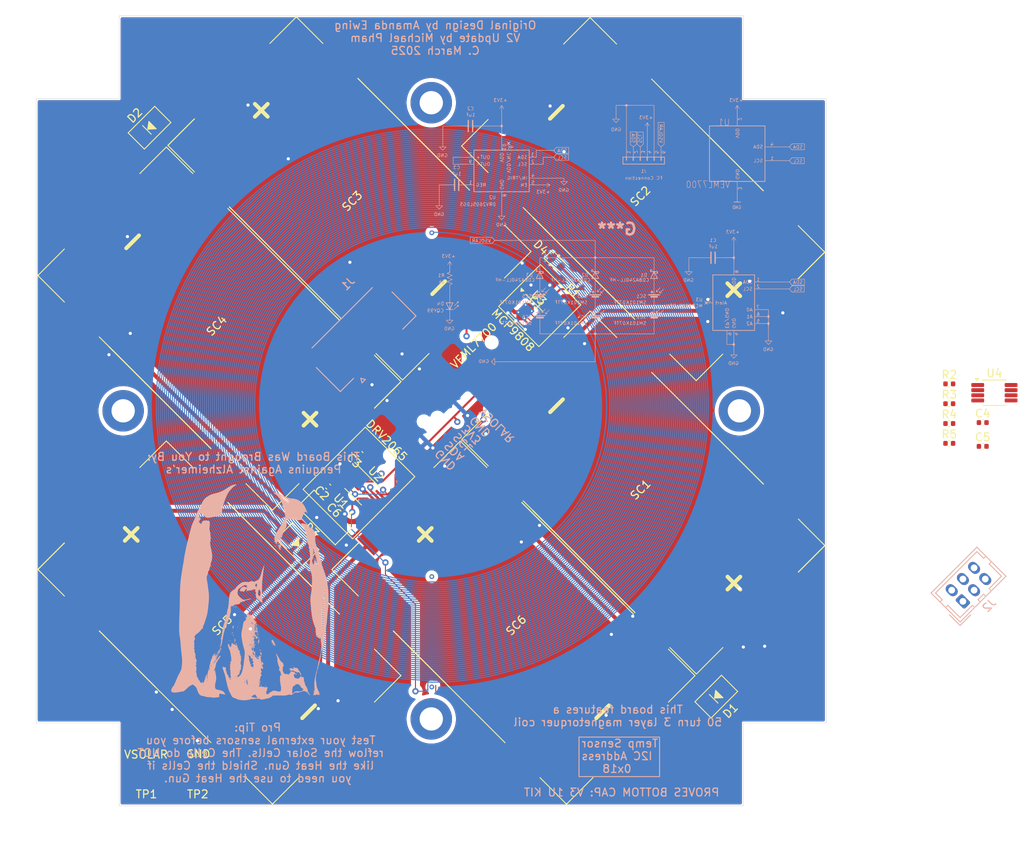
<source format=kicad_pcb>
(kicad_pcb (version 20241229) (generator "pcbnew") (generator_version "9.0")
  (title_block (title "YEARLING KIT -Z") (date "2023-03-27") (rev "3.1"))
  (layers (0 "F.Cu" signal) (4 "In1.Cu" signal) (6 "In2.Cu" signal) (2 "B.Cu" signal) (13 "F.Paste" user) (15 "B.Paste" user) (5 "F.SilkS" user "F.Silkscreen") (7 "B.SilkS" user "B.Silkscreen") (1 "F.Mask" user) (3 "B.Mask" user) (25 "Edge.Cuts" user))
  (net 0 "")
  (net 1 "GND")
  (net 2 "+3V3")
  (net 3 "VSOLAR")
  (net 4 "Net-(U4-EN)")
  (net 5 "Net-(U4-VCC)")
  (net 6 "Net-(U2-REG)")
  (net 7 "Net-(D1-A)")
  (net 8 "Net-(D2-A)")
  (net 9 "Net-(D3-A)")
  (net 10 "Net-(D4-A)")
  (net 15 "Net-(SC1--)")
  (net 16 "Net-(SC3--)")
  (net 17 "Net-(SC5--)")
  (net 19 "Net-(U2-OUT+)")
  (net 20 "/SDAIN")
  (net 21 "/SCLIN")
  (net 22 "/SDA")
  (net 23 "/SCL")
  (net 24 "Net-(U4-READY)")
  (footprint "SolarPanelBoards:MountingHoles" (layer "F.Cu") (at 110.5 85)
    (property "Reference" "J4")
    (property "Value" "Conn_01x01")
  )
  (footprint "SolarPanelBoards:MountingHoles" (layer "F.Cu") (at 141.75 124)
    (property "Reference" "J5")
    (property "Value" "Conn_01x01")
  )
  (footprint "SolarPanelBoards:MountingHoles" (layer "F.Cu") (at 157.25 46)
    (property "Reference" "J6")
    (property "Value" "Conn_01x01")
  )
  (footprint "SolarPanelBoards:MountingHoles" (layer "F.Cu") (at 188.5 85)
    (property "Reference" "J7")
    (property "Value" "Conn_01x01")
  )
  (footprint "SolarPanelBoards:DO-214AC" (layer "F.Cu") (at 113.835786 49.164214 45)
    (property "Reference" "D2")
    (property "Value" "CDBA240LL-HF")
  )
  (footprint "SolarPanelBoards:Test Pad" (layer "F.Cu") (at 113.41 130.95 90)
    (property "Reference" "TP1")
    (property "Value" "TestPoint")
  )
  (footprint "Capacitor_SMD:C_0402_1005Metric" (layer "F.Cu") (at 219.3 89.5)
    (property "Reference" "C5")
    (property "Value" "10nF")
  )
  (footprint "Capacitor_SMD:C_0402_1005Metric" (layer "F.Cu") (at 138 96.75 135)
    (property "Reference" "C6")
    (property "Value" "100nF")
  )
  (footprint "LED_SMD:LED_0603_1608Metric" (layer "F.Cu") (at 165.353081 66.209651 -45)
    (property "Reference" "D4")
    (property "Value" "CQY99")
  )
  (footprint "Capacitor_SMD:C_0402_1005Metric" (layer "F.Cu") (at 140.529949 90.476119 135)
    (property "Reference" "C3")
    (property "Value" "1uF")
  )
  (footprint "Capacitor_SMD:C_0402_1005Metric" (layer "F.Cu") (at 215.07 81.59)
    (property "Reference" "R2")
    (property "Value" "10k")
  )
  (footprint "SolarPanelBoards:KXOB101K08F-TR" (layer "F.Cu") (at 122.68 111.8 45)
    (property "Reference" "SC5")
    (property "Value" "SM101K07TF")
  )
  (footprint "Capacitor_SMD:C_0402_1005Metric" (layer "F.Cu") (at 215.07 86.61)
    (property "Reference" "R4")
    (property "Value" "10k")
  )
  (footprint "SolarPanelBoards:Test Pad" (layer "F.Cu") (at 119.89 130.92 90)
    (property "Reference" "TP2")
    (property "Value" "TestPoint")
  )
  (footprint "SolarPanelBoards:KXOB101K08F-TR" (layer "F.Cu") (at 139.142136 58.122136 45)
    (property "Reference" "SC3")
    (property "Value" "SM101K07TF")
  )
  (footprint "Capacitor_SMD:C_0402_1005Metric" (layer "F.Cu") (at 215.07 84.1)
    (property "Reference" "R3")
    (property "Value" "10k")
  )
  (footprint "Capacitor_SMD:C_0402_1005Metric" (layer "F.Cu") (at 168.216866 69.016866 135)
    (property "Reference" "R1")
    (property "Value" "10k")
  )
  (footprint "dfsdf" (layer "F.Cu") (at 149.564 84.22578 -90)
    (property "Reference" "REF**" (hide yes))
    (property "Value" "3Layer50Turn")
  )
  (footprint "Package_SO:MSOP-8-1EP_3x3mm_P0.65mm_EP1.5x1.8mm_ThermalVias" (layer "F.Cu") (at 161.370711 72.451472 -45)
    (property "Reference" "U3")
    (property "Value" "MCP9808_DFN")
  )
  (footprint "Capacitor_SMD:C_0402_1005Metric" (layer "F.Cu") (at 219.3 86.49)
    (property "Reference" "C4")
    (property "Value" "100nF")
  )
  (footprint "Capacitor_SMD:C_0402_1005Metric" (layer "F.Cu") (at 136.457014 94.591481 135)
    (property "Reference" "C2")
    (property "Value" "1uF")
  )
  (footprint "Package_SO:VSSOP-10_3x3mm_P0.5mm" (layer "F.Cu") (at 140.742082 94.732902 -45)
    (property "Reference" "U2")
    (property "Value" "DRV2605LDGS")
  )
  (footprint "SolarPanelBoards:DO-214AC" (layer "F.Cu") (at 132.564214 101.904214 135)
    (property "Reference" "D3")
    (property "Value" "CDBA240LL-HF")
  )
  (footprint "Capacitor_SMD:C_0402_1005Metric" (layer "F.Cu") (at 163.568249 70.52369 135)
    (property "Reference" "C1")
    (property "Value" "100nF")
  )
  (footprint "Capacitor_SMD:C_0402_1005Metric" (layer "F.Cu") (at 215.07 89.12)
    (property "Reference" "R5")
    (property "Value" "10k")
  )
  (footprint "VEML7700-TT:XDCR_VEML7700-TT" (layer "F.Cu") (at 136 98.5 -135)
    (property "Reference" "U1")
    (property "Value" "VEML7700")
  )
  (footprint "SolarPanelBoards:KXOB101K08F-TR" (layer "F.Cu") (at 122.682136 74.592136 -135)
    (property "Reference" "SC4")
    (property "Value" "SM101K07TF")
  )
  (footprint "SolarPanelBoards:KXOB101K08F-TR" (layer "F.Cu") (at 159.897864 111.807864 45)
    (property "Reference" "SC6")
    (property "Value" "SM101K07TF")
  )
  (footprint "SolarPanelBoards:KXOB101K08F-TR" (layer "F.Cu") (at 176.32 58.2 -135)
    (property "Reference" "SC2")
    (property "Value" "SM101K07TF")
  )
  (footprint "SolarPanelBoards:DO-214AC" (layer "F.Cu") (at 185.575786 121.174214 45)
    (property "Reference" "D1")
    (property "Value" "CDBA240LL-HF")
  )
  (footprint "Package_SO:VSSOP-8_3x3mm_P0.65mm" (layer "F.Cu") (at 220.78 82.71)
    (property "Reference" "U4")
    (property "Value" "TCA4311A")
  )
  (footprint "SolarPanelBoards:KXOB101K08F-TR" (layer "F.Cu") (at 176.337864 95.337864 -135)
    (property "Reference" "SC1")
    (property "Value" "SM101K07TF")
  )
  (footprint "Connector_Hirose:Hirose_DF11-6DP-2DSA_2x03_P2.00mm_Vertical" (layer "B.Cu") (at 216.792893 109.12132 45)
    (property "Reference" "J2")
    (property "Value" "DF11 FC Connection")
  )
  (footprint "LOGO" (layer "B.Cu") (at 126.5174 108 180)
    (property "Reference" "G***" (hide yes))
    (property "Value" "LOGO" (hide yes))
  )
  (footprint "LOGO" (layer "B.Cu") (at 173 62 180)
    (property "Reference" "G***")
    (property "Value" "LOGO" (hide yes))
  )
  (footprint "Molex 6 pos:MOLEX_5040500691" (layer "B.Cu") (at 140.5 75.5 -135)
    (property "Reference" "J1")
    (property "Value" "Molex FC Connection")
  )
  (gr_poly (pts (xy 163.324297 66.482575) (xy 168.422537 71.580815) (xy 163.126307 76.877045) (xy 158.028067 71.778805)) (stroke (width 0.12)) (fill no) (layer "F.SilkS"))
  (gr_poly (pts (xy 141.14865 87.064311) (xy 147.41717 93.33283) (xy 139.54 101.21) (xy 133.271481 94.941481)) (stroke (width 0.12)) (fill no) (layer "F.SilkS"))
  (gr_rect (start 168.2 126.3) (end 178.4 131.3) (stroke (width 0.12)) (fill no) (layer "B.SilkS"))
  (gr_line (start 189 135) (end 110 135) (stroke (width 0.05)) (layer "Edge.Cuts"))
  (gr_line (start 110 124.5) (end 99.5 124.5) (stroke (width 0.05)) (layer "Edge.Cuts"))
  (gr_line (start 110 45.5) (end 110 35) (stroke (width 0.05)) (layer "Edge.Cuts"))
  (gr_line (start 189 45.5) (end 199.5 45.5) (stroke (width 0.05)) (layer "Edge.Cuts"))
  (gr_line (start 99.5 124.5) (end 99.5 45.5) (stroke (width 0.05)) (layer "Edge.Cuts"))
  (gr_line (start 199.5 124.5) (end 189 124.5) (stroke (width 0.05)) (layer "Edge.Cuts"))
  (gr_line (start 110 35) (end 189 35) (stroke (width 0.05)) (layer "Edge.Cuts"))
  (gr_line (start 199.5 45.5) (end 199.5 124.5) (stroke (width 0.05)) (layer "Edge.Cuts"))
  (gr_line (start 189 124.5) (end 189 135) (stroke (width 0.05)) (layer "Edge.Cuts"))
  (gr_line (start 99.5 45.5) (end 110 45.5) (stroke (width 0.05)) (layer "Edge.Cuts"))
  (gr_line (start 189 35) (end 189 45.5) (stroke (width 0.05)) (layer "Edge.Cuts"))
  (gr_line (start 110 135) (end 110 124.5) (stroke (width 0.05)) (layer "Edge.Cuts"))
  (gr_text "GND" (at 120.01 128.45 0) (layer "F.SilkS") (effects (font (size 1 1))))
  (gr_text "VEML7700" (at 154.87 76.76 45) (layer "F.SilkS") (effects (font (size 1 1))))
  (gr_text "MCP9808" (at 159.84 74.8 315) (layer "F.SilkS") (effects (font (size 1 1))))
  (gr_text "DRV2065" (at 143.85 88.73 315) (layer "F.SilkS") (effects (font (size 1 1))))
  (gr_text "VSOLAR" (at 113.39 128.5 0) (layer "F.SilkS") (effects (font (size 1 1))))
  (gr_text "SCL" (at 153.5 89 135) (layer "B.SilkS") (effects (font (size 1 1)) (justify mirror)))
  (gr_text "VSOLAR" (at 157.8 86.8 135) (layer "B.SilkS") (effects (font (size 1 1)) (justify mirror)))
  (gr_text "GND" (at 155.7 87 135) (layer "B.SilkS") (effects (font (size 1 1)) (justify mirror)))
  (gr_text "3V3" (at 154.6 88 135) (layer "B.SilkS") (effects (font (size 1 1)) (justify mirror)))
  (gr_text "PROVES BOTTOM CAP: V3 1U KIT" (at 161.14 133.3 0) (layer "B.SilkS") (effects (font (size 1 1)) (justify right mirror)))
  (gr_text "Original Design by Amanda Ewing\nV2 Update by Michael Pham\nC. March 2025" (at 150 40 0) (layer "B.SilkS") (effects (font (size 1 1)) (justify bottom mirror)))
  (gr_text "This board features a\n50 turn 3 layer magnetorquer coil" (at 173.1 125 0) (layer "B.SilkS") (effects (font (size 1 1)) (justify bottom mirror)))
  (gr_text "This Board Was Brought to You By:\nPenguins Against Alzheimer's" (at 127 93 0) (layer "B.SilkS") (effects (font (size 1 1)) (justify bottom mirror)))
  (gr_text "GND" (at 151.3 91.2 135) (layer "B.SilkS") (effects (font (size 1 1)) (justify mirror)))
  (gr_text "Temp Sensor \nI2C Address\n0x18" (at 173 130.9 0) (layer "B.SilkS") (effects (font (size 1 1)) (justify bottom mirror)))
  (gr_text "Pro Tip:\nTest your external sensors before you \nreflow the Solar Cells. The Cells do NOT \nlike the Heat Gun. Shield the Cells if \nyou need to use the Heat Gun." (at 127.53 128.3 0) (layer "B.SilkS") (effects (font (size 1 1)) (justify mirror)))
  (gr_text "SDA" (at 152.4 90.1 135) (layer "B.SilkS") (effects (font (size 1 1)) (justify mirror)))
  (segment (start 140.944595 94.935415) (end 142.297717 96.288537) (width 0.25) (layer "F.Cu") (net 1))
  (segment (start 162.896498 70.983502) (end 162.42 71.46) (width 0.25) (layer "F.Cu") (net 1))
  (segment (start 162.219239 72.84038) (end 163.094284 73.715425) (width 0.127) (layer "F.Cu") (net 1))
  (segment (start 174.04 125.95) (end 171.63 123.54) (width 0.5) (layer "F.Cu") (net 1))
  (segment (start 160.286952 72.512997) (end 161.347612 72.512997) (width 0.25) (layer "F.Cu") (net 1))
  (segment (start 161.759619 73.3) (end 162.634664 74.175045) (width 0.127) (layer "F.Cu") (net 1))
  (segment (start 162.219239 72.380761) (end 162.219239 72.84038) (width 0.127) (layer "F.Cu") (net 1))
  (segment (start 162.177864 44.057864) (end 164.54 46.42) (width 0.5) (layer "F.Cu") (net 1))
  (segment (start 137.946283 91.716283) (end 137.984365 91.678201) (width 0.25) (layer "F.Cu") (net 1))
  (segment (start 137.984365 91.678201) (end 139.858198 89.804368) (width 0.25) (layer "F.Cu") (net 1))
  (segment (start 138.832894 93.53082) (end 140.242074 94.94) (width 0.25) (layer "F.Cu") (net 1))
  (segment (start 161.28 72.52) (end 160.2 73.6) (width 0.25) (layer "F.Cu") (net 1))
  (segment (start 137.660589 96.410589) (end 137.191385 96.410589) (width 0.254) (layer "F.Cu") (net 1))
  (segment (start 160.062564 72.522183) (end 159.187519 71.647138) (width 0.5) (layer "F.Cu") (net 1))
  (segment (start 140.246659 94.935415) (end 140.944595 94.935415) (width 0.25) (layer "F.Cu") (net 1))
  (segment (start 161.347612 73.573657) (end 161.347612 72.512997) (width 0.25) (layer "F.Cu") (net 1))
  (segment (start 119.89 130.92) (end 119.89 126.76) (width 0.5) (layer "F.Cu") (net 1))
  (segment (start 140.898517 94.889337) (end 140.802156 94.889337) (width 0.25) (layer "F.Cu") (net 1))
  (segment (start 162.634664 74.175045) (end 163.094284 73.715425) (width 0.127) (layer "F.Cu") (net 1))
  (segment (start 161.842587 74.068632) (end 161.347612 73.573657) (width 0.25) (layer "F.Cu") (net 1))
  (segment (start 135 98.5) (end 135.101974 98.5) (width 0.5) (layer "F.Cu") (net 1))
  (segment (start 161.36 72.52) (end 161.28 72.52) (width 0.25) (layer "F.Cu") (net 1))
  (segment (start 108.54 60.45) (end 111.04 62.95) (width 0.5) (layer "F.Cu") (net 1))
  (segment (start 162.896498 69.851939) (end 162.896498 70.983502) (width 0.25) (layer "F.Cu") (net 1))
  (segment (start 135.101974 98.5) (end 136.187383 97.414591) (width 0.5) (layer "F.Cu") (net 1))
  (segment (start 161.854975 74.075635) (end 161.854975 74.245025) (width 0.127) (layer "F.Cu") (net 1))
  (segment (start 140.242074 94.94) (end 140.246659 94.935415) (width 0.25) (layer "F.Cu") (net 1))
  (segment (start 135.785263 93.877303) (end 137.946283 91.716283) (width 0.25) (layer "F.Cu") (net 1))
  (segment (start 162.12228 69.07772) (end 162.644559 69.6) (width 0.25) (layer "F.Cu") (net 1))
  (segment (start 162.362183 71.46) (end 161.370711 72.451472) (width 0.25) (layer "F.Cu") (net 1))
  (segment (start 161.854975 74.245025) (end 161.4 74.7) (width 0.127) (layer "F.Cu") (net 1))
  (segment (start 135.785263 93.91973) (end 135.785263 93.934737) (width 0.25) (layer "F.Cu") (net 1))
  (segment (start 142.297717 96.288537) (end 140.898517 94.889337) (width 0.25) (layer "F.Cu") (net 1))
  (segment (start 137.191385 96.410589) (end 136.187383 97.414591) (width 0.254) (layer "F.Cu") (net 1))
  (segment (start 160.522183 72.522183) (end 160.062564 72.522183) (width 0.5) (layer "F.Cu") (net 1))
  (segment (start 162.42 71.46) (end 162.362183 71.46) (width 0.25) (layer "F.Cu") (net 1))
  (segment (start 161.3 73.3) (end 161.759619 73.3) (width 0.127) (layer "F.Cu") (net 1))
  (via (at 171.63 123.54) (size 0.8) (drill 0.4) (layers "F.Cu" "B.Cu") (net 1))
  (via (at 159.2 72.6) (size 0.8) (drill 0.4) (layers "F.Cu" "B.Cu") (net 1))
  (via (at 156.4 87.9) (size 0.8) (drill 0.4) (layers "F.Cu" "B.Cu") (net 1))
  (via (at 188.5 107.5) (size 0.8) (drill 0.4) (layers "F.Cu" "B.Cu") (net 1))
  (via (at 108.7 77.9) (size 0.8) (drill 0.4) (layers "F.Cu" "B.Cu") (net 1))
  (via (at 191.7 114.8) (size 0.8) (drill 0.4) (layers "F.Cu" "B.Cu") (net 1))
  (via (at 148 79.7) (size 0.8) (drill 0.4) (layers "F.Cu" "B.Cu") (net 1))
  (via (at 162.42 71.46) (size 0.8) (drill 0.4) (layers "F.Cu" "B.Cu") (net 1))
  (via (at 164.54 46.42) (size 0.8) (drill 0.4) (layers "F.Cu" "B.Cu") (net 1))
  (via (at 164.5 69.1) (size 0.8) (drill 0.4) (layers "F.Cu" "B.Cu") (net 1))
  (via (at 139.2 66.2) (size 0.8) (drill 0.4) (layers "F.Cu" "B.Cu") (net 1))
  (via (at 111.4 75.2) (size 0.8) (drill 0.4) (layers "F.Cu" "B.Cu") (net 1))
  (via (at 166.3 71.1) (size 0.8) (drill 0.4) (layers "F.Cu" "B.Cu") (net 1))
  (via (at 161.4 74.7) (size 0.8) (drill 0.4) (layers "F.Cu" "B.Cu") (net 1))
  (via (at 160.9 101.6) (size 0.8) (drill 0.4) (layers "F.Cu" "B.Cu") (net 1))
  (via (at 194 72.6) (size 0.8) (drill 0.4) (layers "F.Cu" "B.Cu") (net 1))
  (via (at 135.2 122.7) (size 0.8) (drill 0.4) (layers "F.Cu" "B.Cu") (net 1))
  (via (at 142 81.7) (size 0.8) (drill 0.4) (layers "F.Cu" "B.Cu") (net 1))
  (via (at 184.5 73.7) (size 0.8) (drill 0.4) (layers "F.Cu" "B.Cu") (net 1))
  (via (at 189.8 68.6) (size 0.8) (drill 0.4) (layers "F.Cu" "B.Cu") (net 1))
  (via (at 168.9 76.5) (size 0.8) (drill 0.4) (layers "F.Cu" "B.Cu") (net 1))
  (via (at 160.2 73.6) (size 0.8) (drill 0.4) (layers "F.Cu" "B.Cu") (net 1))
  (via (at 126.6 112.6) (size 0.8) (drill 0.4) (layers "F.Cu" "B.Cu") (net 1))
  (via (at 137.946283 91.716283) (size 0.8) (drill 0.4) (layers "F.Cu" "B.Cu") (net 1))
  (via (at 114.7 120.6) (size 0.8) (drill 0.4) (layers "F.Cu" "B.Cu") (net 1))
  (via (at 151.2 92) (size 0.8) (drill 0.4) (layers "F.Cu" "B.Cu") (net 1))
  (via (at 111.04 62.95) (size 0.8) (drill 0.4) (layers "F.Cu" "B.Cu") (net 1))
  (via (at 145.8 77.8) (size 0.8) (drill 0.4) (layers "F.Cu" "B.Cu") (net 1))
  (via (at 166.8 74.5) (size 0.8) (drill 0.4) (layers "F.Cu" "B.Cu") (net 1))
  (via (at 175 111) (size 0.8) (drill 0.4) (layers "F.Cu" "B.Cu") (net 1))
  (via (at 138.75 102) (size 0.8) (drill 0.4) (layers "F.Cu" "B.Cu") (net 1))
  (via (at 135 98.5) (size 0.8) (drill 0.4) (layers "F.Cu" "B.Cu") (net 1))
  (via (at 189 114.9) (size 0.8) (drill 0.4) (layers "F.Cu" "B.Cu") (net 1))
  (via (at 162.12228 69.07772) (size 0.8) (drill 0.4) (layers "F.Cu" "B.Cu") (net 1))
  (via (at 116.7 122.8) (size 0.8) (drill 0.4) (layers "F.Cu" "B.Cu") (net 1))
  (via (at 140.802156 94.889337) (size 0.8) (drill 0.4) (layers "F.Cu" "B.Cu") (net 1))
  (via (at 143.9 83.7) (size 0.8) (drill 0.4) (layers "F.Cu" "B.Cu") (net 1))
  (via (at 126.3 46.3) (size 0.8) (drill 0.4) (layers "F.Cu" "B.Cu") (net 1))
  (via (at 137.7 121.7) (size 0.8) (drill 0.4) (layers "F.Cu" "B.Cu") (net 1))
  (via (at 119.89 126.76) (size 0.8) (drill 0.4) (layers "F.Cu" "B.Cu") (net 1))
  (via (at 166.3 52.2) (size 0.8) (drill 0.4) (layers "F.Cu" "B.Cu") (net 1))
  (via (at 184.5 70.9) (size 0.8) (drill 0.4) (layers "F.Cu" "B.Cu") (net 1))
  (via (at 124.6 110.8) (size 0.8) (drill 0.4) (layers "F.Cu" "B.Cu") (net 1))
  (via (at 161 66.3) (size 0.8) (drill 0.4) (layers "F.Cu" "B.Cu") (net 1))
  (via (at 154.1 85.6) (size 0.8) (drill 0.4) (layers "F.Cu" "B.Cu") (net 1))
  (via (at 163.2 99.5) (size 0.8) (drill 0.4) (layers "F.Cu" "B.Cu") (net 1))
  (via (at 131.4 53.1) (size 0.8) (drill 0.4) (layers "F.Cu" "B.Cu") (net 1))
  (via (at 149.7 89.7) (size 0.8) (drill 0.4) (layers "F.Cu" "B.Cu") (net 1))
  (via (at 172.3 113.3) (size 0.8) (drill 0.4) (layers "F.Cu" "B.Cu") (net 1))
  (segment (start 149.7 89.7) (end 151.2 91.2) (width 0.127) (layer "B.Cu") (net 1))
  (segment (start 154.1 85.579799) (end 154.1 85.6) (width 0.127) (layer "B.Cu") (net 1))
  (segment (start 154.1 85.6) (end 156.4 87.9) (width 0.127) (layer "B.Cu") (net 1))
  (segment (start 151.2 91.2) (end 151.2 92) (width 0.127) (layer "B.Cu") (net 1))
  (segment (start 153.184387 84.664186) (end 154.1 85.579799) (width 0.127) (layer "B.Cu") (net 1))
  (segment (start 152.8 86.2) (end 152.8 86.4) (width 0.25) (layer "F.Cu") (net 2))
  (segment (start 164.07909 73.780993) (end 163.553903 73.255806) (width 0.254) (layer "F.Cu") (net 2))
  (segment (start 165.835212 69.600229) (end 168.800229 69.600229) (width 0.25) (layer "F.Cu") (net 2))
  (segment (start 138.47934 94.177472) (end 139.854705 95.552837) (width 0.127) (layer "F.Cu") (net 2))
  (segment (start 168.76 69.6) (end 168.84 69.68) (width 0.25) (layer "F.Cu") (net 2))
  (segment (start 164.07909 74.308177) (end 164.07909 73.780993) (width 0.254) (layer "F.Cu") (net 2))
  (segment (start 152.3 85.8) (end 157.55 80.55) (width 0.254) (layer "F.Cu") (net 2))
  (segment (start 152.4 85.8) (end 152.8 86.2) (width 0.25) (layer "F.Cu") (net 2))
  (segment (start 157.837267 80.55) (end 164.07909 74.308177) (width 0.254) (layer "F.Cu") (net 2))
  (segment (start 137.116205 98.312617) (end 138.339411 97.089411) (width 0.254) (layer "F.Cu") (net 2))
  (segment (start 163.553903 73.255806) (end 163.553903 71.881538) (width 0.25) (layer "F.Cu") (net 2))
  (segment (start 144.971 94.629) (end 144.971 93.129) (width 0.25) (layer "F.Cu") (net 2))
  (segment (start 144.971 94.629) (end 144.01857 95.58143) (width 0.25) (layer "F.Cu") (net 2))
  (segment (start 143.004824 95.58143) (end 143.004824 95.575176) (width 0.25) (layer "F.Cu") (net 2))
  (segment (start 143.004824 95.58143) (end 143.004824 95.594824) (width 0.25) (layer "F.Cu") (net 2))
  (segment (start 164.24 71.195441) (end 165.835212 69.600229) (width 0.25) (layer "F.Cu") (net 2))
  (segment (start 143.9 95.58143) (end 143.004824 95.58143) (width 0.25) (layer "F.Cu") (net 2))
  (segment (start 143.9 95.5) (end 143.9 95.58143) (width 0.127) (layer "F.Cu") (net 2))
  (segment (start 144.01857 95.58143) (end 143.9 95.58143) (width 0.25) (layer "F.Cu") (net 2))
  (segment (start 137.128766 95.263232) (end 138.47934 93.912658) (width 0.25) (layer "F.Cu") (net 2))
  (segment (start 143.004824 95.58143) (end 143.511697 96.088303) (width 0.25) (layer "F.Cu") (net 2))
  (segment (start 138.47934 93.884374) (end 138.47934 94.177472) (width 0.127) (layer "F.Cu") (net 2))
  (segment (start 163.553903 71.881538) (end 164.24 71.195441) (width 0.25) (layer "F.Cu") (net 2))
  (segment (start 157.55 80.55) (end 157.837267 80.55) (width 0.254) (layer "F.Cu") (net 2))
  (segment (start 137.085409 98.312617) (end 137.116205 98.312617) (width 0.254) (layer "F.Cu") (net 2))
  (segment (start 137.128765 95.263232) (end 137.096768 95.263232) (width 0.25) (layer "F.Cu") (net 2))
  (segment (start 143.4 95) (end 143.9 95.5) (width 0.127) (layer "F.Cu") (net 2))
  (segment (start 144.971 93.129) (end 152.3 85.8) (width 0.25) (layer "F.Cu") (net 2))
  (segment (start 164.24 71.195441) (end 164.204559 71.195441) (width 0.25) (layer "F.Cu") (net 2))
  (segment (start 152.3 85.8) (end 152.4 85.8) (width 0.25) (layer "F.Cu") (net 2))
  (via (at 139.854705 95.552837) (size 0.8) (drill 0.4) (layers "F.Cu" "B.Cu") (net 2))
  (via (at 152.8 86.4) (size 0.8) (drill 0.4) (layers "F.Cu" "B.Cu") (net 2))
  (via (at 143.4 95) (size 0.8) (drill 0.4) (layers "F.Cu" "B.Cu") (net 2))
  (segment (start 142.847163 95.552837) (end 143.4 95) (width 0.127) (layer "B.Cu") (net 2))
  (segment (start 139.854705 95.552837) (end 142.847163 95.552837) (width 0.127) (layer "B.Cu") (net 2))
  (segment (start 152.273144 90.7) (end 152.273144 89.926856) (width 0.5) (layer "F.Cu") (net 3))
  (segment (start 176.236572 114.663428) (end 152.273144 90.7) (width 0.5) (layer "F.Cu") (net 3))
  (segment (start 176.236572 114.663428) (end 184.161572 122.588428) (width 0.5) (layer "F.Cu") (net 3))
  (segment (start 133.978428 103.318428) (end 133.978428 100.1) (width 0.5) (layer "F.Cu") (net 3))
  (segment (start 101.6 67.6) (end 101.6 61.4) (width 0.5) (layer "F.Cu") (net 3))
  (segment (start 113.41 124.31) (end 113.41 123.99) (width 0.5) (layer "F.Cu") (net 3))
  (segment (start 139.662326 101) (end 149.962326 90.7) (width 0.5) (layer "F.Cu") (net 3))
  (segment (start 133.978428 103.318428) (end 113.41 123.886856) (width 0.5) (layer "F.Cu") (net 3))
  (segment (start 149.962326 90.7) (end 152.273144 90.7) (width 0.5) (layer "F.Cu") (net 3))
  (segment (start 101.6 61.4) (end 112.421572 50.578428) (width 0.5) (layer "F.Cu") (net 3))
  (segment (start 113.41 130.95) (end 113.41 124.31) (width 0.5) (layer "F.Cu") (net 3))
  (segment (start 134.878428 101) (end 139.662326 101) (width 0.5) (layer "F.Cu") (net 3))
  (segment (start 133.978428 100.1) (end 133.978428 99.978428) (width 0.5) (layer "F.Cu") (net 3))
  (segment (start 113.41 123.886856) (end 113.41 124.31) (width 0.5) (layer "F.Cu") (net 3))
  (segment (start 152.273144 89.926856) (end 156.1 86.1) (width 0.5) (layer "F.Cu") (net 3))
  (segment (start 133.978428 99.978428) (end 101.6 67.6) (width 0.5) (layer "F.Cu") (net 3))
  (segment (start 176.013144 114.44) (end 176.236572 114.663428) (width 0.5) (layer "F.Cu") (net 3))
  (segment (start 133.978428 100.1) (end 134.878428 101) (width 0.5) (layer "F.Cu") (net 3))
  (via (at 156.1 86.1) (size 0.8) (drill 0.4) (layers "F.Cu" "B.Cu") (net 3))
  (segment (start 156.1 86.1) (end 156.1 85.458479) (width 0.5) (layer "B.Cu") (net 3))
  (segment (start 139.893553 92.47016) (end 141.201701 91.162013) (width 0.25) (layer "F.Cu") (net 6))
  (segment (start 190.48 109.48) (end 190.48 116.27) (width 0.5) (layer "F.Cu") (net 7))
  (segment (start 190.48 116.27) (end 186.99 119.76) (width 0.5) (layer "F.Cu") (net 7))
  (segment (start 125 43.98) (end 119.02 43.98) (width 0.5) (layer "F.Cu") (net 8))
  (segment (start 119.02 43.98) (end 115.25 47.75) (width 0.5) (layer "F.Cu") (net 8))
  (segment (start 108.537864 97.657864) (end 128.317864 97.657864) (width 0.5) (layer "F.Cu") (net 9))
  (segment (start 128.317864 97.657864) (end 131.15 100.49) (width 0.5) (layer "F.Cu") (net 9))
  (segment (start 167.633502 68.433502) (end 165.966498 66.766498) (width 0.25) (layer "F.Cu") (net 10))
  (segment (start 190.462136 72.342136) (end 171.04932 72.342136) (width 0.5) (layer "F.Cu") (net 15))
  (segment (start 171.04932 72.342136) (end 162.195728 81.195728) (width 0.5) (layer "F.Cu") (net 15))
  (segment (start 136.824272 88.734272) (end 136.824272 88.724272) (width 0.5) (layer "F.Cu") (net 16))
  (segment (start 136.824272 88.724272) (end 153.284272 72.264272) (width 0.5) (layer "F.Cu") (net 16))
  (segment (start 136.443959 125.563959) (end 136.443959 106.986041) (width 0.5) (layer "F.Cu") (net 17))
  (segment (start 136.443959 106.986041) (end 145.755728 97.674272) (width 0.5) (layer "F.Cu") (net 17))
  (segment (start 145.755728 97.674272) (end 145.755728 97.665728) (width 0.5) (layer "F.Cu") (net 17))
  (segment (start 136.822136 125.942136) (end 136.443959 125.563959) (width 0.5) (layer "F.Cu") (net 17))
  (segment (start 147.5 109.5) (end 147.5 120.5) (width 0.127) (layer "F.Cu") (net 19))
  (segment (start 141 96.1) (end 141.402074 96.1) (width 0.25) (layer "F.Cu") (net 19))
  (segment (start 139.5 96.83) (end 140.23 96.1) (width 0.25) (layer "F.Cu") (net 19))
  (segment (start 143.7 104.2) (end 143.7 105.7) (width 0.127) (layer "F.Cu") (net 19))
  (segment (start 141.402074 96.1) (end 141.944164 96.64209) (width 0.25) (layer "F.Cu") (net 19))
  (segment (start 140.23 96.1) (end 141.1 96.1) (width 0.25) (layer "F.Cu") (net 19))
  (segment (start 142.65127 95.934984) (end 141.78 95.063714) (width 0.25) (layer "F.Cu") (net 19))
  (segment (start 143.7 105.7) (end 147.5 109.5) (width 0.127) (layer "F.Cu") (net 19))
  (segment (start 139.5 97.8) (end 139.5 96.83) (width 0.25) (layer "F.Cu") (net 19))
  (segment (start 141.78 95.063714) (end 141.78 94.68) (width 0.25) (layer "F.Cu") (net 19))
  (via (at 141.78 94.68) (size 0.8) (drill 0.4) (layers "F.Cu" "B.Cu") (net 19))
  (via (at 147.5 120.5) (size 0.8) (drill 0.4) (layers "F.Cu" "B.Cu") (net 19))
  (via (at 143.7 104.2) (size 0.8) (drill 0.4) (layers "F.Cu" "B.Cu") (net 19))
  (via (at 139.5 97.8) (size 0.8) (drill 0.4) (layers "F.Cu" "B.Cu") (net 19))
  (segment (start 139.4 97.9) (end 139.4 100) (width 0.127) (layer "B.Cu") (net 19))
  (segment (start 139.5 97.8) (end 139.4 97.9) (width 0.127) (layer "B.Cu") (net 19))
  (segment (start 149.064 120.20278) (end 148.76678 120.5) (width 0.127) (layer "B.Cu") (net 19))
  (segment (start 139.4 100) (end 143.6 104.2) (width 0.127) (layer "B.Cu") (net 19))
  (segment (start 148.76678 120.5) (end 147.5 120.5) (width 0.127) (layer "B.Cu") (net 19))
  (segment (start 143.6 104.2) (end 143.7 104.2) (width 0.127) (layer "B.Cu") (net 19))
  (segment (start 153.961802 75.551802) (end 153.96 75.553604) (width 0.25) (layer "F.Cu") (net 22))
  (segment (start 139.96418 93.955) (end 139.96718 93.952) (width 0.254) (layer "F.Cu") (net 22))
  (segment (start 159.1 69.5) (end 159.798097 69.5) (width 0.25) (layer "F.Cu") (net 22))
  (segment (start 153.961802 74.638198) (end 159.1 69.5) (width 0.25) (layer "F.Cu") (net 22))
  (segment (start 136 95.805923) (end 135.289358 96.516565) (width 0.1524) (layer "F.Cu") (net 22))
  (segment (start 143.298 93.952) (end 145.25 92) (width 0.254) (layer "F.Cu") (net 22))
  (segment (start 159.798097 69.5) (end 160.566377 70.26828) (width 0.25) (layer "F.Cu") (net 22))
  (segment (start 138.28189 92.664498) (end 136 94.946388) (width 0.1524) (layer "F.Cu") (net 22))
  (segment (start 153.961802 75.551802) (end 153.961802 74.638198) (width 0.25) (layer "F.Cu") (net 22))
  (segment (start 136 94.946388) (end 136 95.805923) (width 0.1524) (layer "F.Cu") (net 22))
  (segment (start 139.186447 93.177267) (end 139.96418 93.955) (width 0.25) (layer "F.Cu") (net 22))
  (segment (start 138.673678 92.664498) (end 138.28189 92.664498) (width 0.1524) (layer "F.Cu") (net 22))
  (segment (start 139.96718 93.952) (end 143.298 93.952) (width 0.254) (layer "F.Cu") (net 22))
  (segment (start 139.186447 93.177267) (end 138.673678 92.664498) (width 0.1524) (layer "F.Cu") (net 22))
  (via (at 153.961802 75.551802) (size 0.8) (drill 0.4) (layers "F.Cu" "B.Cu") (net 22))
  (segment (start 159.035097 70.202713) (end 159.581572 70.202713) (width 0.25) (layer "F.Cu") (net 23))
  (segment (start 139.54 92.823714) (end 140.216286 93.5) (width 0.25) (layer "F.Cu") (net 23))
  (segment (start 140.216286 93.5) (end 142.652792 93.5) (width 0.25) (layer "F.Cu") (net 23))
  (segment (start 159 70.23781) (end 159.035097 70.202713) (width 0.25) (layer "F.Cu") (net 23))
  (segment (start 155.275 73.984929) (end 159 70.259929) (width 0.25) (layer "F.Cu") (net 23))
  (segment (start 137.983435 98.607992) (end 138.533763 98.057664) (width 0.1524) (layer "F.Cu") (net 23))
  (segment (start 159.581572 70.202713) (end 160.106758 70.727899) (width 0.25) (layer "F.Cu") (net 23))
  (segment (start 137.983435 99.210642) (end 137.983435 98.607992) (width 0.1524) (layer "F.Cu") (net 23))
  (segment (start 159 70.259929) (end 159 70.23781) (width 0.25) (layer "F.Cu") (net 23))
  (via (at 138.533763 98.057664) (size 0.8) (drill 0.4) (layers "F.Cu" "B.Cu") (net 23))
  (via (at 143.201396 92.951396) (size 0.8) (drill 0.4) (layers "F.Cu" "B.Cu") (net 23))
  (segment (start 143.201396 92.951396) (end 141.278604 92.951396) (width 0.254) (layer "B.Cu") (net 23))
  (segment (start 138.533763 95.696237) (end 138.533763 98.057664) (width 0.254) (layer "B.Cu") (net 23))
  (segment (start 141.278604 92.951396) (end 138.533763 95.696237) (width 0.254) (layer "B.Cu") (net 23))
  (zone (net 1) (net_name "GND") (layer "F.Cu") (connect_pads (clearance 0.508)) (min_thickness 0.254) (fill yes (thermal_gap 0.508) (thermal_bridge_width 0.508))
    (polygon (pts (xy 189 45.5) (xy 199.5 45.5) (xy 199.5 124.5) (xy 189 124.5) (xy 189 135) (xy 110 135) (xy 110 124.5) (xy 99.5 124.5) (xy 99.5 45.5) (xy 110 45.49) (xy 110 35) (xy 189 35)))
  )
  (zone (net 1) (net_name "GND") (layer "B.Cu") (connect_pads (clearance 0.508)) (min_thickness 0.254) (fill yes (thermal_gap 0.508) (thermal_bridge_width 0.508))
    (polygon (pts (xy 189 45.5) (xy 199.5 45.5) (xy 199.5 124.5) (xy 189 124.5) (xy 189 135) (xy 110 135) (xy 110 124.5) (xy 99.5 124.5) (xy 99.5 45.5) (xy 110.01 45.49) (xy 110 35) (xy 189 35)))
  )
  (zone (net 1) (net_name "GND") (layers "B.Cu" "In1.Cu") (connect_pads (clearance 0.508)) (min_thickness 0.254) (fill yes (thermal_gap 0.508) (thermal_bridge_width 0.508))
    (polygon (pts (xy 203.9 33.19) (xy 203.36 136.85) (xy 94.91 136.85) (xy 98.38 33)))
  )
)
</source>
